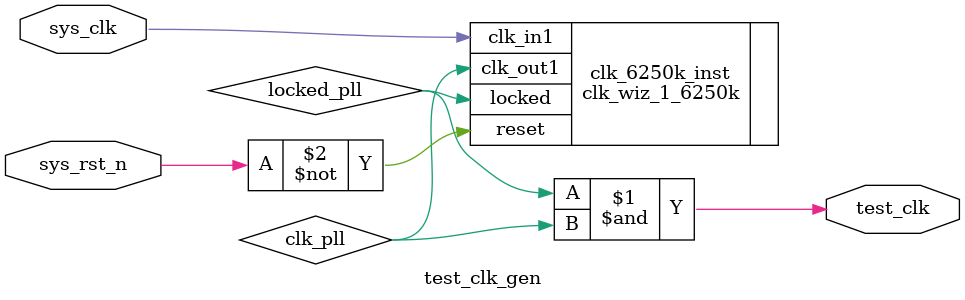
<source format=v>
module test_clk_gen
(
	input 	wire		sys_clk			,
	input 	wire		sys_rst_n		,
	
	output 	wire		test_clk		
);
wire	clk_pll			;
wire	locked_pll		;

//test_clk
assign 	test_clk = locked_pll & clk_pll;


clk_wiz_1_6250k clk_6250k_inst
(

		.clk_out1	(clk_pll		),  

		.reset		(~sys_rst_n		),
		.locked		(locked_pll		),        
		.clk_in1	(sys_clk		)
);     



endmodule

</source>
